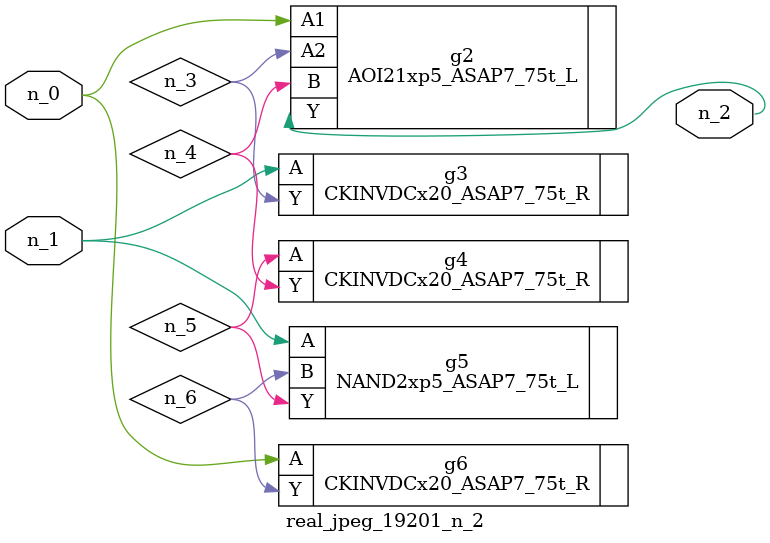
<source format=v>
module real_jpeg_19201_n_2 (n_1, n_0, n_2);

input n_1;
input n_0;

output n_2;

wire n_5;
wire n_4;
wire n_6;
wire n_3;

AOI21xp5_ASAP7_75t_L g2 ( 
.A1(n_0),
.A2(n_3),
.B(n_4),
.Y(n_2)
);

CKINVDCx20_ASAP7_75t_R g6 ( 
.A(n_0),
.Y(n_6)
);

CKINVDCx20_ASAP7_75t_R g3 ( 
.A(n_1),
.Y(n_3)
);

NAND2xp5_ASAP7_75t_L g5 ( 
.A(n_1),
.B(n_6),
.Y(n_5)
);

CKINVDCx20_ASAP7_75t_R g4 ( 
.A(n_5),
.Y(n_4)
);


endmodule
</source>
